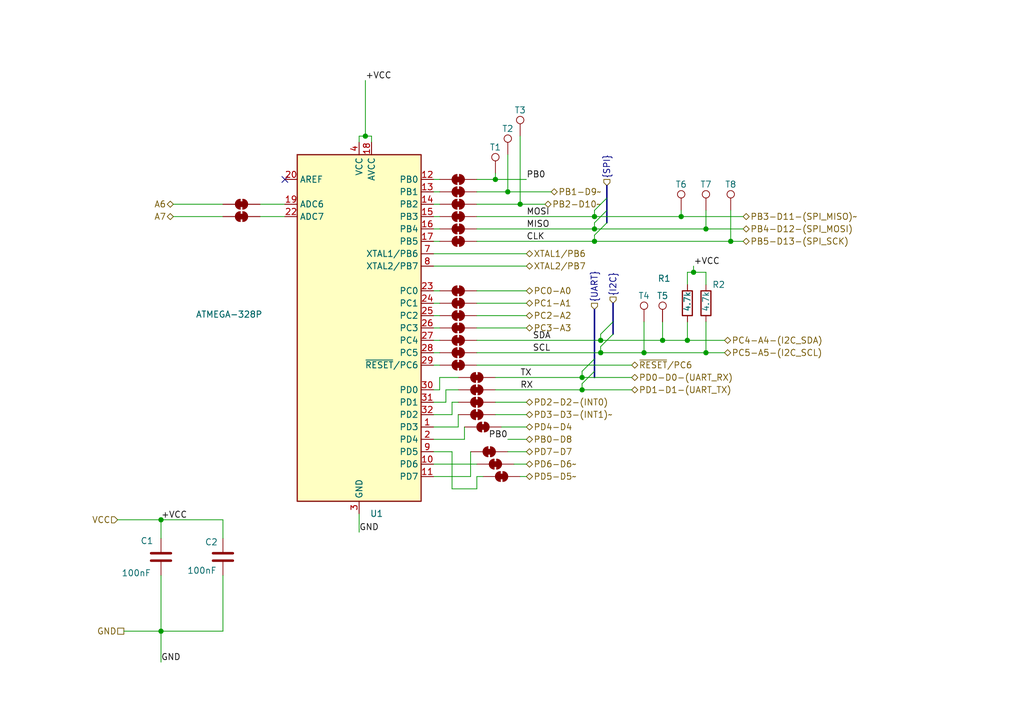
<source format=kicad_sch>
(kicad_sch (version 20231120) (generator "eeschema") (generator_version "8.0")
  (paper "A5")
  (title_block (title "MCU interfaces") (date "2024-11-03") (rev "1.0"))
  (lib_symbols
    (symbol "Connector:TestPoint" (pin_numbers hide) (pin_names (offset 0.762) hide)
      (property "Reference" "TP" (at 0 6.858 0))
      (property "Value" "TestPoint" (at 0 5.08 0))
      (symbol "TestPoint_0_1"
        (circle (center 0 3.302) (radius 0.762))
      )
      (symbol "TestPoint_1_1"
        (pin passive line (at 0 0 90) (length 2.54) (name "1") (number "1"))
      )
    )
    (symbol "Device:C" (pin_numbers hide) (pin_names (offset 0.254))
      (property "Reference" "C" (at 0.635 2.54 0))
      (property "Value" "C" (at 0.635 -2.54 0))
      (symbol "C_0_1"
        (polyline (pts (xy -2.032 -0.762) (xy 2.032 -0.762)) (stroke (width 0.508)))
        (polyline (pts (xy -2.032 0.762) (xy 2.032 0.762)) (stroke (width 0.508)))
      )
      (symbol "C_1_1"
        (pin passive line (at 0 3.81 270) (length 2.794) (name "~") (number "1"))
        (pin passive line (at 0 -3.81 90) (length 2.794) (name "~") (number "2"))
      )
    )
    (symbol "Device:R" (pin_numbers hide) (pin_names (offset 0))
      (property "Reference" "R" (at 2.032 0 90))
      (property "Value" "R" (at 0 0 90))
      (symbol "R_0_1"
        (rectangle (start -1.016 -2.54) (end 1.016 2.54) (stroke (width 0.254)))
      )
      (symbol "R_1_1"
        (pin passive line (at 0 3.81 270) (length 1.27) (name "~") (number "1"))
        (pin passive line (at 0 -3.81 90) (length 1.27) (name "~") (number "2"))
      )
    )
    (symbol "Jumper:SolderJumper_2_Bridged" (pin_numbers hide) (pin_names (offset 0) hide) (exclude_from_sim yes) (in_bom no)
      (property "Reference" "JP" (at 0 2.032 0))
      (property "Value" "SolderJumper_2_Bridged" (at 0 -2.54 0))
      (symbol "SolderJumper_2_Bridged_0_1"
        (rectangle (start -0.508 0.508) (end 0.508 -0.508) (fill (type outline)))
        (arc (start -0.254 1.016) (mid -1.2656 0) (end -0.254 -1.016))
        (arc (start -0.254 1.016) (mid -1.2656 0) (end -0.254 -1.016) (fill (type outline)))
        (polyline (pts (xy -0.254 1.016) (xy -0.254 -1.016)))
        (polyline (pts (xy 0.254 1.016) (xy 0.254 -1.016)))
        (arc (start 0.254 -1.016) (mid 1.2656 0) (end 0.254 1.016))
        (arc (start 0.254 -1.016) (mid 1.2656 0) (end 0.254 1.016) (fill (type outline)))
      )
      (symbol "SolderJumper_2_Bridged_1_1"
        (pin passive line (at -3.81 0 0) (length 2.54) (name "A") (number "1"))
        (pin passive line (at 3.81 0 180) (length 2.54) (name "B") (number "2"))
      )
    )
    (symbol "MCU_Microchip_ATmega:ATmega328P-A"
      (property "Reference" "U" (at -12.7 36.83 0))
      (property "Value" "ATmega328P-A" (at 2.54 -36.83 0))
      (symbol "ATmega328P-A_0_1"
        (rectangle (start -12.7 -35.56) (end 12.7 35.56) (stroke (width 0.254)) (fill (type background)))
      )
      (symbol "ATmega328P-A_1_1"
        (pin bidirectional line (at 15.24 -20.32 180) (length 2.54) (name "PD3") (number "1"))
        (pin bidirectional line (at 15.24 -27.94 180) (length 2.54) (name "PD6") (number "10"))
        (pin bidirectional line (at 15.24 -30.48 180) (length 2.54) (name "PD7") (number "11"))
        (pin bidirectional line (at 15.24 30.48 180) (length 2.54) (name "PB0") (number "12"))
        (pin bidirectional line (at 15.24 27.94 180) (length 2.54) (name "PB1") (number "13"))
        (pin bidirectional line (at 15.24 25.4 180) (length 2.54) (name "PB2") (number "14"))
        (pin bidirectional line (at 15.24 22.86 180) (length 2.54) (name "PB3") (number "15"))
        (pin bidirectional line (at 15.24 20.32 180) (length 2.54) (name "PB4") (number "16"))
        (pin bidirectional line (at 15.24 17.78 180) (length 2.54) (name "PB5") (number "17"))
        (pin power_in line (at 2.54 38.1 270) (length 2.54) (name "AVCC") (number "18"))
        (pin input line (at -15.24 25.4 0) (length 2.54) (name "ADC6") (number "19"))
        (pin bidirectional line (at 15.24 -22.86 180) (length 2.54) (name "PD4") (number "2"))
        (pin passive line (at -15.24 30.48 0) (length 2.54) (name "AREF") (number "20"))
        (pin passive line (at 0 -38.1 90) (length 2.54) hide (name "GND") (number "21"))
        (pin input line (at -15.24 22.86 0) (length 2.54) (name "ADC7") (number "22"))
        (pin bidirectional line (at 15.24 7.62 180) (length 2.54) (name "PC0") (number "23"))
        (pin bidirectional line (at 15.24 5.08 180) (length 2.54) (name "PC1") (number "24"))
        (pin bidirectional line (at 15.24 2.54 180) (length 2.54) (name "PC2") (number "25"))
        (pin bidirectional line (at 15.24 0 180) (length 2.54) (name "PC3") (number "26"))
        (pin bidirectional line (at 15.24 -2.54 180) (length 2.54) (name "PC4") (number "27"))
        (pin bidirectional line (at 15.24 -5.08 180) (length 2.54) (name "PC5") (number "28"))
        (pin bidirectional line (at 15.24 -7.62 180) (length 2.54) (name "~{RESET}/PC6") (number "29"))
        (pin power_in line (at 0 -38.1 90) (length 2.54) (name "GND") (number "3"))
        (pin bidirectional line (at 15.24 -12.7 180) (length 2.54) (name "PD0") (number "30"))
        (pin bidirectional line (at 15.24 -15.24 180) (length 2.54) (name "PD1") (number "31"))
        (pin bidirectional line (at 15.24 -17.78 180) (length 2.54) (name "PD2") (number "32"))
        (pin power_in line (at 0 38.1 270) (length 2.54) (name "VCC") (number "4"))
        (pin passive line (at 0 -38.1 90) (length 2.54) hide (name "GND") (number "5"))
        (pin passive line (at 0 38.1 270) (length 2.54) hide (name "VCC") (number "6"))
        (pin bidirectional line (at 15.24 15.24 180) (length 2.54) (name "XTAL1/PB6") (number "7"))
        (pin bidirectional line (at 15.24 12.7 180) (length 2.54) (name "XTAL2/PB7") (number "8"))
        (pin bidirectional line (at 15.24 -25.4 180) (length 2.54) (name "PD5") (number "9"))
      )
    )
  )
  (junction (at 139.7 44.45))
  (junction (at 33.02 106.68))
  (junction (at 121.92 44.45))
  (junction (at 74.93 27.94))
  (junction (at 132.08 72.39))
  (junction (at 140.97 69.85))
  (junction (at 121.92 49.53))
  (junction (at 119.38 80.01))
  (junction (at 121.92 46.99))
  (junction (at 101.6 36.83))
  (junction (at 33.02 129.54))
  (junction (at 104.14 39.37))
  (junction (at 149.86 49.53))
  (junction (at 119.38 77.47))
  (junction (at 144.78 72.39))
  (junction (at 106.68 41.91))
  (junction (at 135.89 69.85))
  (junction (at 144.78 46.99))
  (junction (at 123.19 72.39))
  (junction (at 142.24 55.88))
  (junction (at 123.19 69.85))
  (no_connect (at 58.42 36.83))
  (bus_entry (at 121.92 45.72) (size 2.54 -2.54))
  (bus_entry (at 123.19 68.58) (size 2.54 -2.54))
  (bus_entry (at 121.92 48.26) (size 2.54 -2.54))
  (bus_entry (at 121.92 43.18) (size 2.54 -2.54))
  (bus_entry (at 123.19 71.12) (size 2.54 -2.54))
  (bus_entry (at 121.92 76.2) (size -2.54 2.54))
  (bus_entry (at 121.92 73.66) (size -2.54 2.54))
  (wire (pts (xy 101.6 77.47) (xy 119.38 77.47)))
  (wire (pts (xy 88.9 44.45) (xy 90.17 44.45)))
  (wire (pts (xy 140.97 66.04) (xy 140.97 69.85)))
  (wire (pts (xy 97.79 41.91) (xy 106.68 41.91)))
  (wire (pts (xy 140.97 69.85) (xy 148.59 69.85)))
  (wire (pts (xy 123.19 72.39) (xy 132.08 72.39)))
  (wire (pts (xy 88.9 59.69) (xy 90.17 59.69)))
  (wire (pts (xy 101.6 82.55) (xy 107.95 82.55)))
  (wire (pts (xy 97.79 67.31) (xy 107.95 67.31)))
  (wire (pts (xy 142.24 55.88) (xy 140.97 55.88)))
  (wire (pts (xy 97.79 39.37) (xy 104.14 39.37)))
  (wire (pts (xy 88.9 41.91) (xy 90.17 41.91)))
  (wire (pts (xy 104.14 92.71) (xy 107.95 92.71)))
  (wire (pts (xy 135.89 66.04) (xy 135.89 69.85)))
  (wire (pts (xy 144.78 66.04) (xy 144.78 72.39)))
  (wire (pts (xy 104.14 90.17) (xy 107.95 90.17)))
  (wire (pts (xy 88.9 97.79) (xy 96.52 97.79)))
  (wire (pts (xy 25.4 129.54) (xy 33.02 129.54)))
  (wire (pts (xy 97.79 62.23) (xy 107.95 62.23)))
  (wire (pts (xy 92.71 92.71) (xy 92.71 100.33)))
  (wire (pts (xy 92.71 100.33) (xy 97.79 100.33)))
  (wire (pts (xy 76.2 27.94) (xy 76.2 29.21)))
  (wire (pts (xy 149.86 43.18) (xy 149.86 49.53)))
  (wire (pts (xy 135.89 69.85) (xy 140.97 69.85)))
  (wire (pts (xy 144.78 72.39) (xy 148.59 72.39)))
  (bus (pts (xy 125.73 66.04) (xy 125.73 68.58)))
  (wire (pts (xy 88.9 95.25) (xy 97.79 95.25)))
  (wire (pts (xy 88.9 54.61) (xy 107.95 54.61)))
  (wire (pts (xy 88.9 72.39) (xy 90.17 72.39)))
  (wire (pts (xy 142.24 55.88) (xy 144.78 55.88)))
  (wire (pts (xy 97.79 97.79) (xy 97.79 100.33)))
  (wire (pts (xy 142.24 54.61) (xy 142.24 55.88)))
  (wire (pts (xy 88.9 39.37) (xy 90.17 39.37)))
  (wire (pts (xy 53.34 41.91) (xy 58.42 41.91)))
  (wire (pts (xy 45.72 106.68) (xy 33.02 106.68)))
  (wire (pts (xy 88.9 92.71) (xy 92.71 92.71)))
  (wire (pts (xy 73.66 27.94) (xy 74.93 27.94)))
  (wire (pts (xy 106.68 97.79) (xy 107.95 97.79)))
  (wire (pts (xy 97.79 64.77) (xy 107.95 64.77)))
  (wire (pts (xy 140.97 55.88) (xy 140.97 58.42)))
  (wire (pts (xy 144.78 58.42) (xy 144.78 55.88)))
  (wire (pts (xy 139.7 44.45) (xy 152.4 44.45)))
  (wire (pts (xy 104.14 39.37) (xy 113.03 39.37)))
  (wire (pts (xy 101.6 80.01) (xy 119.38 80.01)))
  (wire (pts (xy 45.72 118.11) (xy 45.72 129.54)))
  (wire (pts (xy 97.79 72.39) (xy 123.19 72.39)))
  (wire (pts (xy 106.68 41.91) (xy 111.76 41.91)))
  (wire (pts (xy 90.17 77.47) (xy 93.98 77.47)))
  (wire (pts (xy 97.79 69.85) (xy 123.19 69.85)))
  (wire (pts (xy 102.87 87.63) (xy 107.95 87.63)))
  (wire (pts (xy 88.9 90.17) (xy 95.25 90.17)))
  (wire (pts (xy 88.9 46.99) (xy 90.17 46.99)))
  (wire (pts (xy 95.25 90.17) (xy 95.25 87.63)))
  (wire (pts (xy 97.79 97.79) (xy 99.06 97.79)))
  (wire (pts (xy 35.56 41.91) (xy 45.72 41.91)))
  (wire (pts (xy 88.9 85.09) (xy 92.71 85.09)))
  (wire (pts (xy 121.92 49.53) (xy 149.86 49.53)))
  (wire (pts (xy 88.9 36.83) (xy 90.17 36.83)))
  (wire (pts (xy 119.38 78.74) (xy 119.38 80.01)))
  (wire (pts (xy 73.66 109.22) (xy 73.66 105.41)))
  (bus (pts (xy 121.92 63.5) (xy 121.92 73.66)))
  (wire (pts (xy 33.02 129.54) (xy 33.02 135.89)))
  (wire (pts (xy 88.9 67.31) (xy 90.17 67.31)))
  (wire (pts (xy 96.52 97.79) (xy 96.52 92.71)))
  (wire (pts (xy 33.02 106.68) (xy 33.02 110.49)))
  (wire (pts (xy 97.79 44.45) (xy 121.92 44.45)))
  (wire (pts (xy 33.02 118.11) (xy 33.02 129.54)))
  (wire (pts (xy 119.38 80.01) (xy 129.54 80.01)))
  (wire (pts (xy 121.92 46.99) (xy 144.78 46.99)))
  (wire (pts (xy 88.9 74.93) (xy 90.17 74.93)))
  (bus (pts (xy 121.92 76.2) (xy 121.92 77.47)))
  (wire (pts (xy 101.6 35.56) (xy 101.6 36.83)))
  (wire (pts (xy 88.9 69.85) (xy 90.17 69.85)))
  (wire (pts (xy 88.9 64.77) (xy 90.17 64.77)))
  (wire (pts (xy 104.14 31.75) (xy 104.14 39.37)))
  (wire (pts (xy 121.92 44.45) (xy 139.7 44.45)))
  (wire (pts (xy 88.9 80.01) (xy 90.17 80.01)))
  (wire (pts (xy 53.34 44.45) (xy 58.42 44.45)))
  (wire (pts (xy 74.93 27.94) (xy 76.2 27.94)))
  (wire (pts (xy 35.56 44.45) (xy 45.72 44.45)))
  (wire (pts (xy 132.08 72.39) (xy 144.78 72.39)))
  (wire (pts (xy 106.68 27.94) (xy 106.68 41.91)))
  (wire (pts (xy 101.6 85.09) (xy 107.95 85.09)))
  (wire (pts (xy 105.41 95.25) (xy 107.95 95.25)))
  (wire (pts (xy 92.71 85.09) (xy 92.71 82.55)))
  (wire (pts (xy 91.44 80.01) (xy 93.98 80.01)))
  (wire (pts (xy 92.71 82.55) (xy 93.98 82.55)))
  (bus (pts (xy 124.46 40.64) (xy 124.46 43.18)))
  (wire (pts (xy 73.66 27.94) (xy 73.66 29.21)))
  (wire (pts (xy 90.17 80.01) (xy 90.17 77.47)))
  (bus (pts (xy 124.46 43.18) (xy 124.46 45.72)))
  (bus (pts (xy 125.73 62.23) (xy 125.73 66.04)))
  (wire (pts (xy 123.19 69.85) (xy 135.89 69.85)))
  (wire (pts (xy 88.9 87.63) (xy 93.98 87.63)))
  (wire (pts (xy 144.78 46.99) (xy 152.4 46.99)))
  (wire (pts (xy 97.79 36.83) (xy 101.6 36.83)))
  (wire (pts (xy 97.79 74.93) (xy 129.54 74.93)))
  (wire (pts (xy 93.98 87.63) (xy 93.98 85.09)))
  (wire (pts (xy 139.7 43.18) (xy 139.7 44.45)))
  (wire (pts (xy 121.92 45.72) (xy 121.92 46.99)))
  (wire (pts (xy 121.92 43.18) (xy 121.92 44.45)))
  (wire (pts (xy 121.92 48.26) (xy 121.92 49.53)))
  (wire (pts (xy 144.78 43.18) (xy 144.78 46.99)))
  (wire (pts (xy 149.86 49.53) (xy 152.4 49.53)))
  (wire (pts (xy 88.9 52.07) (xy 107.95 52.07)))
  (wire (pts (xy 74.93 16.51) (xy 74.93 27.94)))
  (bus (pts (xy 124.46 38.1) (xy 124.46 40.64)))
  (wire (pts (xy 88.9 62.23) (xy 90.17 62.23)))
  (bus (pts (xy 121.92 73.66) (xy 121.92 76.2)))
  (wire (pts (xy 88.9 49.53) (xy 90.17 49.53)))
  (wire (pts (xy 45.72 129.54) (xy 33.02 129.54)))
  (wire (pts (xy 24.13 106.68) (xy 33.02 106.68)))
  (wire (pts (xy 97.79 49.53) (xy 121.92 49.53)))
  (wire (pts (xy 91.44 82.55) (xy 91.44 80.01)))
  (wire (pts (xy 123.19 68.58) (xy 123.19 69.85)))
  (wire (pts (xy 97.79 46.99) (xy 121.92 46.99)))
  (wire (pts (xy 132.08 66.04) (xy 132.08 72.39)))
  (wire (pts (xy 101.6 36.83) (xy 107.95 36.83)))
  (wire (pts (xy 123.19 71.12) (xy 123.19 72.39)))
  (wire (pts (xy 97.79 59.69) (xy 107.95 59.69)))
  (wire (pts (xy 45.72 110.49) (xy 45.72 106.68)))
  (wire (pts (xy 119.38 77.47) (xy 129.54 77.47)))
  (wire (pts (xy 119.38 76.2) (xy 119.38 77.47)))
  (wire (pts (xy 88.9 82.55) (xy 91.44 82.55)))
  (label "SCL" (at 109.22 72.39 0))
  (label "PB0" (at 104.14 90.17 180))
  (label "RX" (at 106.68 80.01 0))
  (label "MISO" (at 107.95 46.99 0))
  (label "+VCC" (at 142.24 54.61 0))
  (label "GND" (at 33.02 135.89 0))
  (label "MOSI" (at 107.95 44.45 0))
  (label "CLK" (at 107.95 49.53 0))
  (label "SDA" (at 109.22 69.85 0))
  (label "+VCC" (at 74.93 16.51 0))
  (label "PB0" (at 107.95 36.83 0))
  (label "TX" (at 106.68 77.47 0))
  (label "+VCC" (at 33.02 106.68 0))
  (label "GND" (at 73.66 109.22 0))
  (hierarchical_label "PB0-D8" (shape bidirectional) (at 107.95 90.17 0))
  (hierarchical_label "GND" (shape passive) (at 25.4 129.54 180))
  (hierarchical_label "PC4-A4-(I2C_SDA)" (shape bidirectional) (at 148.59 69.85 0))
  (hierarchical_label "PC1-A1" (shape bidirectional) (at 107.95 62.23 0))
  (hierarchical_label "PB1-D9~" (shape bidirectional) (at 113.03 39.37 0))
  (hierarchical_label "PD5-D5~" (shape bidirectional) (at 107.95 97.79 0))
  (hierarchical_label "PC2-A2" (shape bidirectional) (at 107.95 64.77 0))
  (hierarchical_label "PD0-D0-(UART_RX)" (shape bidirectional) (at 129.54 77.47 0))
  (hierarchical_label "{SPI}" (shape input) (at 124.46 38.1 90))
  (hierarchical_label "PC5-A5-(I2C_SCL)" (shape bidirectional) (at 148.59 72.39 0))
  (hierarchical_label "PB4-D12-(SPI_MOSI)" (shape bidirectional) (at 152.4 46.99 0))
  (hierarchical_label "PC3-A3" (shape bidirectional) (at 107.95 67.31 0))
  (hierarchical_label "XTAL1/PB6" (shape bidirectional) (at 107.95 52.07 0))
  (hierarchical_label "PB2-D10~" (shape bidirectional) (at 111.76 41.91 0))
  (hierarchical_label "A7" (shape bidirectional) (at 35.56 44.45 180))
  (hierarchical_label "PB5-D13-(SPI_SCK)" (shape bidirectional) (at 152.4 49.53 0))
  (hierarchical_label "PD6-D6~" (shape bidirectional) (at 107.95 95.25 0))
  (hierarchical_label "A6" (shape bidirectional) (at 35.56 41.91 180))
  (hierarchical_label "PD2-D2-(INT0)" (shape bidirectional) (at 107.95 82.55 0))
  (hierarchical_label "PC0-A0" (shape bidirectional) (at 107.95 59.69 0))
  (hierarchical_label "{UART}" (shape input) (at 121.92 63.5 90))
  (hierarchical_label "PD7-D7" (shape bidirectional) (at 107.95 92.71 0))
  (hierarchical_label "PD4-D4" (shape bidirectional) (at 107.95 87.63 0))
  (hierarchical_label "PD1-D1-(UART_TX)" (shape bidirectional) (at 129.54 80.01 0))
  (hierarchical_label "PD3-D3-(INT1)~" (shape bidirectional) (at 107.95 85.09 0))
  (hierarchical_label "XTAL2/PB7" (shape bidirectional) (at 107.95 54.61 0))
  (hierarchical_label "PB3-D11-(SPI_MISO)~" (shape bidirectional) (at 152.4 44.45 0))
  (hierarchical_label "~{RESET}/PC6" (shape bidirectional) (at 129.54 74.93 0))
  (hierarchical_label "{I2C}" (shape input) (at 125.73 62.23 90))
  (hierarchical_label "VCC" (shape input) (at 24.13 106.68 180))
  (symbol (lib_id "Jumper:SolderJumper_2_Bridged") (at 93.98 36.83 0) (unit 1) (exclude_from_sim yes) (in_bom no)
    (property "Reference" "J3" (effects (hide yes)))
    (property "Value" "SolderJumper_2_Bridged" (effects (hide yes)))
    (property "Footprint" "Jumper:SolderJumper-2_P1.3mm_Bridged_Pad1.0x1.5mm" (effects (hide yes)))
    (property "Description" "Solder Jumper, 2-pole, closed/bridged" (effects (hide yes)))
  )
  (symbol (lib_id "Jumper:SolderJumper_2_Bridged") (at 93.98 39.37 0) (unit 1) (exclude_from_sim yes) (in_bom no)
    (property "Reference" "J4" (effects (hide yes)))
    (property "Value" "SolderJumper_2_Bridged" (effects (hide yes)))
    (property "Footprint" "Jumper:SolderJumper-2_P1.3mm_Bridged_Pad1.0x1.5mm" (effects (hide yes)))
    (property "Description" "Solder Jumper, 2-pole, closed/bridged" (effects (hide yes)))
  )
  (symbol (lib_id "Jumper:SolderJumper_2_Bridged") (at 93.98 62.23 0) (unit 1) (exclude_from_sim yes) (in_bom no)
    (property "Reference" "J10" (effects (hide yes)))
    (property "Value" "SolderJumper_2_Bridged" (effects (hide yes)))
    (property "Footprint" "Jumper:SolderJumper-2_P1.3mm_Bridged_Pad1.0x1.5mm" (effects (hide yes)))
    (property "Description" "Solder Jumper, 2-pole, closed/bridged" (effects (hide yes)))
  )
  (symbol (lib_id "Jumper:SolderJumper_2_Bridged") (at 93.98 74.93 0) (unit 1) (exclude_from_sim yes) (in_bom no)
    (property "Reference" "J15" (effects (hide yes)))
    (property "Value" "SolderJumper_2_Bridged" (effects (hide yes)))
    (property "Footprint" "Jumper:SolderJumper-2_P1.3mm_Bridged_Pad1.0x1.5mm" (effects (hide yes)))
    (property "Description" "Solder Jumper, 2-pole, closed/bridged" (effects (hide yes)))
  )
  (symbol (lib_id "Jumper:SolderJumper_2_Bridged") (at 93.98 59.69 0) (unit 1) (exclude_from_sim yes) (in_bom no)
    (property "Reference" "J9" (effects (hide yes)))
    (property "Value" "SolderJumper_2_Bridged" (effects (hide yes)))
    (property "Footprint" "Jumper:SolderJumper-2_P1.3mm_Bridged_Pad1.0x1.5mm" (effects (hide yes)))
    (property "Description" "Solder Jumper, 2-pole, closed/bridged" (effects (hide yes)))
  )
  (symbol (lib_id "Jumper:SolderJumper_2_Bridged") (at 93.98 72.39 0) (unit 1) (exclude_from_sim yes) (in_bom no)
    (property "Reference" "J14" (effects (hide yes)))
    (property "Value" "SolderJumper_2_Bridged" (effects (hide yes)))
    (property "Footprint" "Jumper:SolderJumper-2_P1.3mm_Bridged_Pad1.0x1.5mm" (effects (hide yes)))
    (property "Description" "Solder Jumper, 2-pole, closed/bridged" (effects (hide yes)))
  )
  (symbol (lib_id "Jumper:SolderJumper_2_Bridged") (at 49.53 44.45 0) (unit 1) (exclude_from_sim yes) (in_bom no)
    (property "Reference" "J2" (effects (hide yes)))
    (property "Value" "SolderJumper_2_Bridged" (effects (hide yes)))
    (property "Footprint" "Jumper:SolderJumper-2_P1.3mm_Bridged_Pad1.0x1.5mm" (effects (hide yes)))
    (property "Description" "Solder Jumper, 2-pole, closed/bridged" (effects (hide yes)))
  )
  (symbol (lib_id "Connector:TestPoint") (at 139.7 43.18 0) (unit 1)
    (property "Reference" "T6" (at 139.7 37.846 0))
    (property "Value" "TP" (effects (hide yes)))
    (property "Footprint" "TestPoint:TestPoint_Pad_D1.0mm" (effects (hide yes)))
    (property "Description" "test point" (effects (hide yes)))
    (instances (project "Weather" (path "" (reference "T6") (unit 1))) (project "Tracker" (path "" (reference "T22") (unit 1))))
  )
  (symbol (lib_id "Connector:TestPoint") (at 104.14 31.75 0) (unit 1)
    (property "Reference" "T2" (at 104.14 26.416 0))
    (property "Value" "TP" (effects (hide yes)))
    (property "Footprint" "TestPoint:TestPoint_Pad_D1.0mm" (effects (hide yes)))
    (property "Description" "test point" (effects (hide yes)))
    (instances (project "Weather" (path "" (reference "T2") (unit 1))) (project "Tracker" (path "" (reference "T26") (unit 1))))
  )
  (symbol (lib_id "Connector:TestPoint") (at 135.89 66.04 0) (unit 1)
    (property "Reference" "T5" (at 135.89 60.706 0))
    (property "Value" "TP" (effects (hide yes)))
    (property "Footprint" "TestPoint:TestPoint_Pad_D1.0mm" (effects (hide yes)))
    (property "Description" "test point" (effects (hide yes)))
    (instances (project "Weather" (path "" (reference "T5") (unit 1))) (project "Tracker" (path "" (reference "T21") (unit 1))))
  )
  (symbol (lib_id "Jumper:SolderJumper_2_Bridged") (at 97.79 85.09 0) (unit 1) (exclude_from_sim yes) (in_bom no)
    (property "Reference" "J19" (effects (hide yes)))
    (property "Value" "SolderJumper_2_Bridged" (effects (hide yes)))
    (property "Footprint" "Jumper:SolderJumper-2_P1.3mm_Bridged_Pad1.0x1.5mm" (effects (hide yes)))
    (property "Description" "Solder Jumper, 2-pole, closed/bridged" (effects (hide yes)))
  )
  (symbol (lib_id "Connector:TestPoint") (at 106.68 27.94 0) (unit 1)
    (property "Reference" "T3" (at 106.68 22.606 0))
    (property "Value" "TP" (effects (hide yes)))
    (property "Footprint" "TestPoint:TestPoint_Pad_D1.0mm" (effects (hide yes)))
    (property "Description" "test point" (effects (hide yes)))
    (instances (project "Weather" (path "" (reference "T3") (unit 1))) (project "Tracker" (path "" (reference "T27") (unit 1))))
  )
  (symbol (lib_id "Device:R") (at 140.97 62.23 0) (unit 1)
    (property "Reference" "R1" (at 134.874 57.15 0) (effects (justify left)))
    (property "Value" "4.7k" (at 140.97 64.008 90) (effects (justify left)))
    (property "Footprint" "Resistor_SMD:R_0603_1608Metric" (effects (hide yes)))
    (instances (project "Weather" (path "" (reference "R1") (unit 1))) (project "Tracker" (path "" (reference "R108") (unit 1))))
  )
  (symbol (lib_id "Jumper:SolderJumper_2_Bridged") (at 93.98 44.45 0) (unit 1) (exclude_from_sim yes) (in_bom no)
    (property "Reference" "J6" (effects (hide yes)))
    (property "Value" "SolderJumper_2_Bridged" (effects (hide yes)))
    (property "Footprint" "Jumper:SolderJumper-2_P1.3mm_Bridged_Pad1.0x1.5mm" (effects (hide yes)))
    (property "Description" "Solder Jumper, 2-pole, closed/bridged" (effects (hide yes)))
  )
  (symbol (lib_id "MCU_Microchip_ATmega:ATmega328P-A") (at 73.66 67.31 0) (unit 1)
    (property "Reference" "U1" (at 75.8541 105.41 0) (effects (justify left)))
    (property "Value" "ATMEGA-328P" (at 40.132 64.516 0) (effects (justify left)))
    (property "Footprint" "Package_QFP:TQFP-32_7x7mm_P0.8mm" (effects (hide yes)))
    (property "Datasheet" "http://ww1.microchip.com/downloads/en/DeviceDoc/ATmega328_P%20AVR%20MCU%20with%20picoPower%20Technology%20Data%20Sheet%2040001984A.pdf" (effects (hide yes)))
    (property "Description" "20MHz, 32kB Flash, 2kB SRAM, 1kB EEPROM, TQFP-32" (effects (hide yes)))
    (instances (project "Weather" (path "" (reference "U1") (unit 1))) (project "Tracker" (path "" (reference "U15") (unit 1))))
  )
  (symbol (lib_id "Jumper:SolderJumper_2_Bridged") (at 93.98 69.85 0) (unit 1) (exclude_from_sim yes) (in_bom no)
    (property "Reference" "J13" (effects (hide yes)))
    (property "Value" "SolderJumper_2_Bridged" (effects (hide yes)))
    (property "Footprint" "Jumper:SolderJumper-2_P1.3mm_Bridged_Pad1.0x1.5mm" (effects (hide yes)))
    (property "Description" "Solder Jumper, 2-pole, closed/bridged" (effects (hide yes)))
  )
  (symbol (lib_id "Device:R") (at 144.78 62.23 0) (unit 1)
    (property "Reference" "R2" (at 146.05 58.42 0) (effects (justify left)))
    (property "Value" "4.7k" (at 144.78 64.008 90) (effects (justify left)))
    (property "Footprint" "Resistor_SMD:R_0603_1608Metric" (effects (hide yes)))
    (instances (project "Weather" (path "" (reference "R2") (unit 1))) (project "Tracker" (path "" (reference "R109") (unit 1))))
  )
  (symbol (lib_id "Connector:TestPoint") (at 132.08 66.04 0) (unit 1)
    (property "Reference" "T4" (at 132.08 60.706 0))
    (property "Value" "TP" (effects (hide yes)))
    (property "Footprint" "TestPoint:TestPoint_Pad_D1.0mm" (effects (hide yes)))
    (property "Description" "test point" (effects (hide yes)))
    (instances (project "Weather" (path "" (reference "T4") (unit 1))) (project "Tracker" (path "" (reference "T20") (unit 1))))
  )
  (symbol (lib_id "Connector:TestPoint") (at 101.6 35.56 0) (unit 1)
    (property "Reference" "T1" (at 101.6 30.226 0))
    (property "Value" "TP" (effects (hide yes)))
    (property "Footprint" "TestPoint:TestPoint_Pad_D1.0mm" (effects (hide yes)))
    (property "Description" "test point" (effects (hide yes)))
    (instances (project "Weather" (path "" (reference "T1") (unit 1))) (project "Tracker" (path "" (reference "T25") (unit 1))))
  )
  (symbol (lib_id "Device:C") (at 45.72 114.3 180) (unit 1)
    (property "Reference" "C2" (at 44.704 111.252 0) (effects (justify left)))
    (property "Value" "100nF" (at 44.45 117.094 0) (effects (justify left)))
    (property "Footprint" "Capacitor_SMD:C_0603_1608Metric" (effects (hide yes)))
    (instances (project "Weather" (path "" (reference "C2") (unit 1))) (project "Tracker" (path "" (reference "C29") (unit 1))))
  )
  (symbol (lib_id "Jumper:SolderJumper_2_Bridged") (at 93.98 41.91 0) (unit 1) (exclude_from_sim yes) (in_bom no)
    (property "Reference" "J5" (effects (hide yes)))
    (property "Value" "SolderJumper_2_Bridged" (effects (hide yes)))
    (property "Footprint" "Jumper:SolderJumper-2_P1.3mm_Bridged_Pad1.0x1.5mm" (effects (hide yes)))
    (property "Description" "Solder Jumper, 2-pole, closed/bridged" (effects (hide yes)))
  )
  (symbol (lib_id "Jumper:SolderJumper_2_Bridged") (at 93.98 46.99 0) (unit 1) (exclude_from_sim yes) (in_bom no)
    (property "Reference" "J7" (effects (hide yes)))
    (property "Value" "SolderJumper_2_Bridged" (effects (hide yes)))
    (property "Footprint" "Jumper:SolderJumper-2_P1.3mm_Bridged_Pad1.0x1.5mm" (effects (hide yes)))
    (property "Description" "Solder Jumper, 2-pole, closed/bridged" (effects (hide yes)))
  )
  (symbol (lib_id "Jumper:SolderJumper_2_Bridged") (at 99.06 87.63 0) (unit 1) (exclude_from_sim yes) (in_bom no)
    (property "Reference" "J20" (effects (hide yes)))
    (property "Value" "SolderJumper_2_Bridged" (effects (hide yes)))
    (property "Footprint" "Jumper:SolderJumper-2_P1.3mm_Bridged_Pad1.0x1.5mm" (effects (hide yes)))
    (property "Description" "Solder Jumper, 2-pole, closed/bridged" (effects (hide yes)))
  )
  (symbol (lib_id "Jumper:SolderJumper_2_Bridged") (at 49.53 41.91 0) (unit 1) (exclude_from_sim yes) (in_bom no)
    (property "Reference" "J1" (effects (hide yes)))
    (property "Value" "SolderJumper_2_Bridged" (effects (hide yes)))
    (property "Footprint" "Jumper:SolderJumper-2_P1.3mm_Bridged_Pad1.0x1.5mm" (effects (hide yes)))
    (property "Description" "Solder Jumper, 2-pole, closed/bridged" (effects (hide yes)))
  )
  (symbol (lib_id "Jumper:SolderJumper_2_Bridged") (at 97.79 82.55 0) (unit 1) (exclude_from_sim yes) (in_bom no)
    (property "Reference" "J18" (effects (hide yes)))
    (property "Value" "SolderJumper_2_Bridged" (effects (hide yes)))
    (property "Footprint" "Jumper:SolderJumper-2_P1.3mm_Bridged_Pad1.0x1.5mm" (effects (hide yes)))
    (property "Description" "Solder Jumper, 2-pole, closed/bridged" (effects (hide yes)))
  )
  (symbol (lib_id "Jumper:SolderJumper_2_Bridged") (at 93.98 64.77 0) (unit 1) (exclude_from_sim yes) (in_bom no)
    (property "Reference" "J11" (effects (hide yes)))
    (property "Value" "SolderJumper_2_Bridged" (effects (hide yes)))
    (property "Footprint" "Jumper:SolderJumper-2_P1.3mm_Bridged_Pad1.0x1.5mm" (effects (hide yes)))
    (property "Description" "Solder Jumper, 2-pole, closed/bridged" (effects (hide yes)))
  )
  (symbol (lib_id "Jumper:SolderJumper_2_Bridged") (at 93.98 67.31 0) (unit 1) (exclude_from_sim yes) (in_bom no)
    (property "Reference" "J12" (effects (hide yes)))
    (property "Value" "SolderJumper_2_Bridged" (effects (hide yes)))
    (property "Footprint" "Jumper:SolderJumper-2_P1.3mm_Bridged_Pad1.0x1.5mm" (effects (hide yes)))
    (property "Description" "Solder Jumper, 2-pole, closed/bridged" (effects (hide yes)))
  )
  (symbol (lib_id "Connector:TestPoint") (at 149.86 43.18 0) (unit 1)
    (property "Reference" "T8" (at 149.86 37.846 0))
    (property "Value" "TP" (effects (hide yes)))
    (property "Footprint" "TestPoint:TestPoint_Pad_D1.0mm" (effects (hide yes)))
    (property "Description" "test point" (effects (hide yes)))
    (instances (project "Weather" (path "" (reference "T8") (unit 1))) (project "Tracker" (path "" (reference "T24") (unit 1))))
  )
  (symbol (lib_id "Jumper:SolderJumper_2_Bridged") (at 101.6 95.25 0) (unit 1) (exclude_from_sim yes) (in_bom no)
    (property "Reference" "J22" (effects (hide yes)))
    (property "Value" "SolderJumper_2_Bridged" (effects (hide yes)))
    (property "Footprint" "Jumper:SolderJumper-2_P1.3mm_Bridged_Pad1.0x1.5mm" (effects (hide yes)))
    (property "Description" "Solder Jumper, 2-pole, closed/bridged" (effects (hide yes)))
  )
  (symbol (lib_id "Jumper:SolderJumper_2_Bridged") (at 97.79 77.47 0) (unit 1) (exclude_from_sim yes) (in_bom no)
    (property "Reference" "J16" (effects (hide yes)))
    (property "Value" "SolderJumper_2_Bridged" (effects (hide yes)))
    (property "Footprint" "Jumper:SolderJumper-2_P1.3mm_Bridged_Pad1.0x1.5mm" (effects (hide yes)))
    (property "Description" "Solder Jumper, 2-pole, closed/bridged" (effects (hide yes)))
  )
  (symbol (lib_id "Jumper:SolderJumper_2_Bridged") (at 97.79 80.01 0) (unit 1) (exclude_from_sim yes) (in_bom no)
    (property "Reference" "J17" (effects (hide yes)))
    (property "Value" "SolderJumper_2_Bridged" (effects (hide yes)))
    (property "Footprint" "Jumper:SolderJumper-2_P1.3mm_Bridged_Pad1.0x1.5mm" (effects (hide yes)))
    (property "Description" "Solder Jumper, 2-pole, closed/bridged" (effects (hide yes)))
  )
  (symbol (lib_id "Device:C") (at 33.02 114.3 180) (unit 1)
    (property "Reference" "C1" (at 31.496 110.998 0) (effects (justify left)))
    (property "Value" "100nF" (at 30.988 117.602 0) (effects (justify left)))
    (property "Footprint" "Capacitor_SMD:C_0603_1608Metric" (effects (hide yes)))
    (instances (project "Weather" (path "" (reference "C1") (unit 1))) (project "Tracker" (path "" (reference "C22") (unit 1))))
  )
  (symbol (lib_id "Jumper:SolderJumper_2_Bridged") (at 93.98 49.53 0) (unit 1) (exclude_from_sim yes) (in_bom no)
    (property "Reference" "J8" (effects (hide yes)))
    (property "Value" "SolderJumper_2_Bridged" (effects (hide yes)))
    (property "Footprint" "Jumper:SolderJumper-2_P1.3mm_Bridged_Pad1.0x1.5mm" (effects (hide yes)))
    (property "Description" "Solder Jumper, 2-pole, closed/bridged" (effects (hide yes)))
  )
  (symbol (lib_id "Connector:TestPoint") (at 144.78 43.18 0) (unit 1)
    (property "Reference" "T7" (at 144.78 37.846 0))
    (property "Value" "TP" (effects (hide yes)))
    (property "Footprint" "TestPoint:TestPoint_Pad_D1.0mm" (effects (hide yes)))
    (property "Description" "test point" (effects (hide yes)))
    (instances (project "Weather" (path "" (reference "T7") (unit 1))) (project "Tracker" (path "" (reference "T23") (unit 1))))
  )
  (symbol (lib_id "Jumper:SolderJumper_2_Bridged") (at 100.33 92.71 0) (unit 1) (exclude_from_sim yes) (in_bom no)
    (property "Reference" "J21" (effects (hide yes)))
    (property "Value" "SolderJumper_2_Bridged" (effects (hide yes)))
    (property "Footprint" "Jumper:SolderJumper-2_P1.3mm_Bridged_Pad1.0x1.5mm" (effects (hide yes)))
    (property "Description" "Solder Jumper, 2-pole, closed/bridged" (effects (hide yes)))
  )
  (symbol (lib_id "Jumper:SolderJumper_2_Bridged") (at 102.87 97.79 0) (unit 1) (exclude_from_sim yes) (in_bom no)
    (property "Reference" "J23" (effects (hide yes)))
    (property "Value" "SolderJumper_2_Bridged" (effects (hide yes)))
    (property "Footprint" "Jumper:SolderJumper-2_P1.3mm_Bridged_Pad1.0x1.5mm" (effects (hide yes)))
    (property "Description" "Solder Jumper, 2-pole, closed/bridged" (effects (hide yes)))
  )
)
</source>
